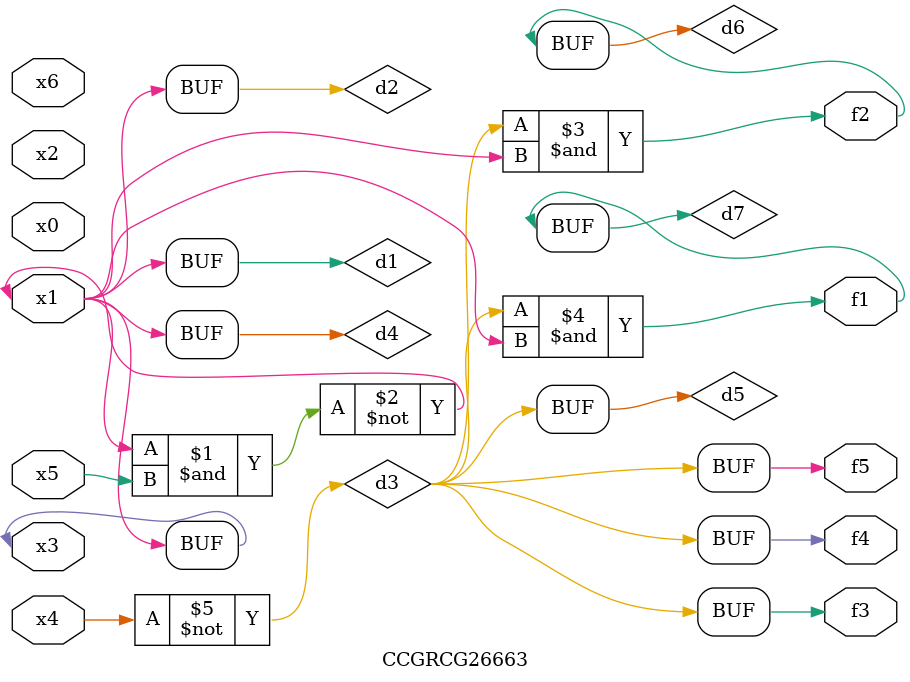
<source format=v>
module CCGRCG26663(
	input x0, x1, x2, x3, x4, x5, x6,
	output f1, f2, f3, f4, f5
);

	wire d1, d2, d3, d4, d5, d6, d7;

	buf (d1, x1, x3);
	nand (d2, x1, x5);
	not (d3, x4);
	buf (d4, d1, d2);
	buf (d5, d3);
	and (d6, d3, d4);
	and (d7, d3, d4);
	assign f1 = d7;
	assign f2 = d6;
	assign f3 = d5;
	assign f4 = d5;
	assign f5 = d5;
endmodule

</source>
